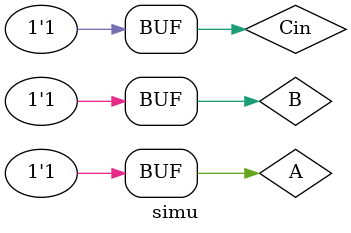
<source format=v>
`timescale 1ns / 1ps


module simu;
    // ¶¨Òå±äÁ¿
    reg A, B, Cin;
    wire Cout, Sum;
    // ÊµÀý»¯FullAdderÄ£¿é
    FullAdder uut(A, B, Cin, Cout, Sum);
    // ½ÓÏÂÀ´Ð´·ÂÕæ´úÂë
    initial begin       // Õâ¿éÊÇ´úÂëÄ£°å
        A=0;
        B=0;
        Cin=0;
        // ÔÚÏÂÃæÐ´²âÊÔµÄÊäÈë
        #100;       //ÑÓ³Ù100ns
        A=0; B=0; Cin=0;
        #100;
        A=0; B=0; Cin=1;
        #100;
        A=0; B=1; Cin=0;
        #100;
        A=0; B=1; Cin=1;
        #100;
        A=1; B=0; Cin=0;
        #100;
        A=1; B=0; Cin=1;
        #100;
        A=1; B=1; Cin=0;
        #100;
        A=1; B=1; Cin=1;
    end
endmodule

</source>
